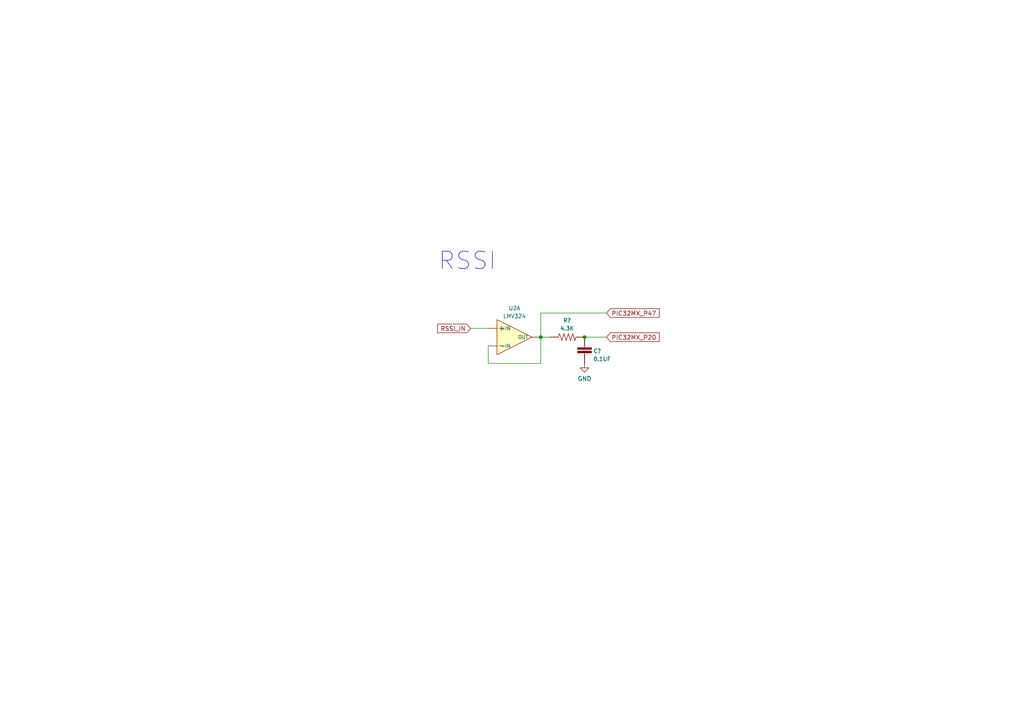
<source format=kicad_sch>
(kicad_sch (version 20211123) (generator eeschema)
  (paper "A4")
  (lib_symbols
    (symbol "SparkFun-Capacitors:0.1UF-0402-16V-10%" (pin_numbers hide) (pin_names (offset 1.016) hide)
      (property "Reference" "C" (at 1.524 2.921 0))
      (property "Value" "0.1UF-0402-16V-10%" (at 1.524 -2.159 0))
      (property "Field4" "CAP-12416" (at 0 7.62 0))
      (symbol "0.1UF-0402-16V-10%_1_0"
        (polyline (pts (xy 0 0) (xy 0 0.508)))
        (polyline (pts (xy 0 2.54) (xy 0 2.032)))
      )
      (symbol "0.1UF-0402-16V-10%_1_1"
        (rectangle (start -2.032 0.508) (end 2.032 1.016) (fill (type outline)))
        (rectangle (start -2.032 1.524) (end 2.032 2.032) (fill (type outline)))
        (pin passive line (at 0 5.08 270) (length 2.54) (name "1") (number "1"))
        (pin passive line (at 0 -2.54 90) (length 2.54) (name "2") (number "2"))
      )
    )
    (symbol "SparkFun-IC-Amplifiers:LMV324" (pin_numbers hide) (pin_names (offset 1.016))
      (property "Reference" "U" (at 1.27 6.35 0))
      (property "Value" "LMV324" (at -5.08 -7.62 0))
      (property "Field4" "IC-08227" (at 0 10.16 0))
      (symbol "LMV324_1_0"
        (polyline (pts (xy -4.445 -2.54) (xy -3.175 -2.54)))
        (polyline (pts (xy -4.445 2.54) (xy -3.175 2.54)))
        (polyline (pts (xy -3.81 -1.905) (xy -3.81 -3.175)))
      )
      (symbol "LMV324_1_1"
        (polyline (pts (xy 5.08 0) (xy -5.08 5.08) (xy -5.08 -5.08) (xy 5.08 0)) (fill (type background)))
        (pin output line (at 7.62 0 180) (length 2.54) (name "OUT") (number "1"))
        (pin input line (at -7.62 2.54 0) (length 2.54) (name "-IN") (number "2"))
        (pin input line (at -7.62 -2.54 0) (length 2.54) (name "+IN") (number "3"))
      )
      (symbol "LMV324_2_0"
        (polyline (pts (xy -4.445 -2.54) (xy -3.175 -2.54)))
        (polyline (pts (xy -4.445 2.54) (xy -3.175 2.54)))
        (polyline (pts (xy -3.81 -1.905) (xy -3.81 -3.175)))
      )
      (symbol "LMV324_2_1"
        (polyline (pts (xy 5.08 0) (xy -5.08 5.08) (xy -5.08 -5.08) (xy 5.08 0)) (fill (type background)))
        (pin input line (at -7.62 -2.54 0) (length 2.54) (name "+IN") (number "10"))
        (pin output line (at 7.62 0 180) (length 2.54) (name "OUT") (number "8"))
        (pin input line (at -7.62 2.54 0) (length 2.54) (name "-IN") (number "9"))
      )
      (symbol "LMV324_3_0"
        (polyline (pts (xy -4.445 -2.54) (xy -3.175 -2.54)))
        (polyline (pts (xy -4.445 2.54) (xy -3.175 2.54)))
        (polyline (pts (xy -3.81 -1.905) (xy -3.81 -3.175)))
      )
      (symbol "LMV324_3_1"
        (polyline (pts (xy 5.08 0) (xy -5.08 5.08) (xy -5.08 -5.08) (xy 5.08 0)) (fill (type background)))
        (pin input line (at -7.62 -2.54 0) (length 2.54) (name "+IN") (number "5"))
        (pin input line (at -7.62 2.54 0) (length 2.54) (name "-IN") (number "6"))
        (pin output line (at 7.62 0 180) (length 2.54) (name "OUT") (number "7"))
      )
      (symbol "LMV324_4_0"
        (polyline (pts (xy -4.445 -2.54) (xy -3.175 -2.54)))
        (polyline (pts (xy -4.445 2.54) (xy -3.175 2.54)))
        (polyline (pts (xy -3.81 -1.905) (xy -3.81 -3.175)))
      )
      (symbol "LMV324_4_1"
        (polyline (pts (xy 5.08 0) (xy -5.08 5.08) (xy -5.08 -5.08) (xy 5.08 0)) (fill (type background)))
        (pin input line (at -7.62 -2.54 0) (length 2.54) (name "+IN") (number "12"))
        (pin input line (at -7.62 2.54 0) (length 2.54) (name "-IN") (number "13"))
        (pin output line (at 7.62 0 180) (length 2.54) (name "OUT") (number "14"))
      )
      (symbol "LMV324_5_0"
        (text "VCC" (at 0.3048 3.937 0) (effects (font (size 1.016 1.016))))
        (text "VEE" (at 0.3048 -4.191 0) (effects (font (size 1.016 1.016))))
      )
      (symbol "LMV324_5_1"
        (polyline (pts (xy -2.54 5.08) (xy 2.54 5.08) (xy 2.54 -5.08) (xy -2.54 -5.08) (xy -2.54 5.08)) (fill (type background)))
        (pin bidirectional line (at 0 -7.62 90) (length 2.54) (name "P$V-") (number "11"))
        (pin bidirectional line (at 0 7.62 270) (length 2.54) (name "P$V+") (number "4"))
      )
    )
    (symbol "SparkFun-Resistors:RESISTOR0402" (pin_numbers hide) (pin_names (offset 1.016) hide)
      (property "Reference" "R" (at -5.08 1.27 0))
      (property "Value" "RESISTOR0402" (at -5.08 -3.81 0))
      (property "Field4" " " (at 0 5.08 0))
      (symbol "RESISTOR0402_1_0"
        (polyline (pts (xy -2.54 0) (xy -2.159 1.016)))
        (polyline (pts (xy -2.159 1.016) (xy -1.524 -1.016)))
        (polyline (pts (xy -1.524 -1.016) (xy -0.889 1.016)))
        (polyline (pts (xy -0.889 1.016) (xy -0.254 -1.016)))
        (polyline (pts (xy -0.254 -1.016) (xy 0.381 1.016)))
        (polyline (pts (xy 0.381 1.016) (xy 1.016 -1.016)))
        (polyline (pts (xy 1.016 -1.016) (xy 1.651 1.016)))
        (polyline (pts (xy 1.651 1.016) (xy 2.286 -1.016)))
        (polyline (pts (xy 2.286 -1.016) (xy 2.54 0)))
      )
      (symbol "RESISTOR0402_1_1"
        (pin passive line (at -5.08 0 0) (length 2.54) (name "1") (number "1"))
        (pin passive line (at 5.08 0 180) (length 2.54) (name "2") (number "2"))
      )
    )
    (symbol "power:GND" (power) (pin_names (offset 0))
      (property "Value" "GND" (at 0 -3.81 0))
      (symbol "GND_0_1"
        (polyline (pts (xy 0 0) (xy 0 -1.27) (xy 1.27 -1.27) (xy 0 -2.54) (xy -1.27 -1.27) (xy 0 -1.27)))
      )
      (symbol "GND_1_1"
        (pin power_in line (at 0 0 270) (length 0) hide (name "GND") (number "1"))
      )
    )
  )
  (junction (at 169.545 97.79))
  (junction (at 156.845 97.79))
  (wire (pts (xy 141.605 105.41) (xy 156.845 105.41)))
  (wire (pts (xy 141.605 100.33) (xy 141.605 105.41)))
  (wire (pts (xy 169.545 97.79) (xy 175.895 97.79)))
  (wire (pts (xy 136.525 95.25) (xy 141.605 95.25)))
  (wire (pts (xy 156.845 90.805) (xy 156.845 97.79)))
  (wire (pts (xy 156.845 90.805) (xy 175.895 90.805)))
  (wire (pts (xy 156.845 97.79) (xy 159.385 97.79)))
  (wire (pts (xy 156.845 97.79) (xy 156.845 105.41)))
  (text "RSSI" (at 127 78.74 0) (effects (font (size 5 5)) (justify left bottom)))
  (global_label "PIC32MX_P47" (shape input) (at 175.895 90.805 0) (property "Intersheet References" "${INTERSHEET_REFS}" (effects hide)))
  (global_label "RSSI_IN" (shape input) (at 136.525 95.25 180) (property "Intersheet References" "${INTERSHEET_REFS}" (effects hide)))
  (global_label "PIC32MX_P20" (shape input) (at 175.895 97.79 0) (property "Intersheet References" "${INTERSHEET_REFS}" (effects hide)))
  (symbol (lib_id "power:GND") (at 169.545 105.41 0) (unit 1)
    (property "Reference" "#PWR?" (effects hide))
    (property "Value" "GND" (at 169.545 109.8534 0))
  )
  (symbol (lib_id "SparkFun-IC-Amplifiers:LMV324") (at 149.225 97.79 0) (mirror x) (unit 1)
    (property "Reference" "U2" (at 149.225 89.3929 0) (effects (font (size 1.143 1.143))))
    (property "Value" "LMV324" (at 149.225 91.7015 0) (effects (font (size 1.143 1.143))))
    (property "Footprint" "SO14" (effects hide))
    (property "Field4" "IC-08227" (effects hide))
  )
  (symbol (lib_id "SparkFun-Capacitors:0.1UF-0402-16V-10%") (at 169.545 102.87 0) (unit 1)
    (property "Reference" "C?" (at 172.085 101.8314 0) (effects (font (size 1.143 1.143)) (justify left)))
    (property "Value" "0.1UF" (at 172.085 104.14 0) (effects (font (size 1.143 1.143)) (justify left)))
    (property "Footprint" "0402" (effects hide))
  )
  (symbol (lib_id "SparkFun-Resistors:RESISTOR0402") (at 164.465 97.79 0) (unit 1)
    (property "Reference" "R?" (at 164.465 92.9414 0) (effects (font (size 1.143 1.143))))
    (property "Value" "4.3K" (at 164.465 95.25 0) (effects (font (size 1.143 1.143))))
    (property "Footprint" "0402" (effects hide))
    (property "Field4" " " (at 164.465 97.901 0) (effects (font (size 1.524 1.524))))
  )
)
</source>
